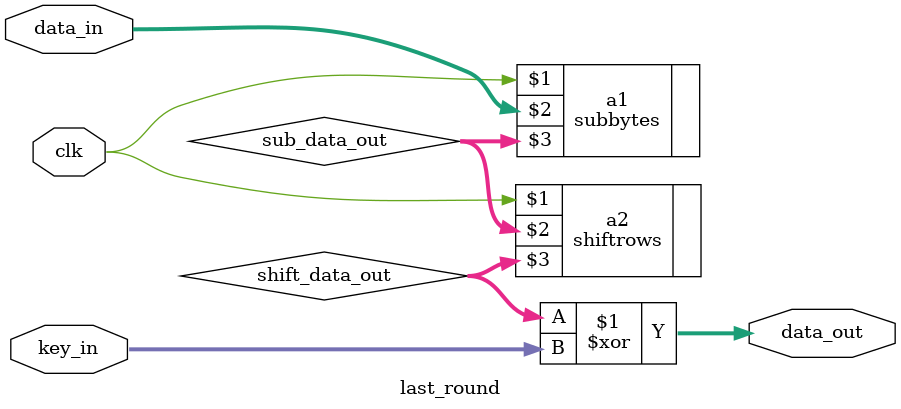
<source format=v>
`timescale 1ns / 1ps

module last_round(clk,data_in,key_in,data_out);
input clk;
input [15:0]data_in,key_in;
output [15:0] data_out;

wire [15:0]sub_data_out,shift_data_out; //,mix_data_out;

subbytes a1(clk,data_in,sub_data_out);
shiftrows a2(clk,sub_data_out,shift_data_out);
//mixcolumn_2 a3(clk,shift_data_out,mix_data_out);
assign data_out=shift_data_out^key_in;

endmodule

</source>
